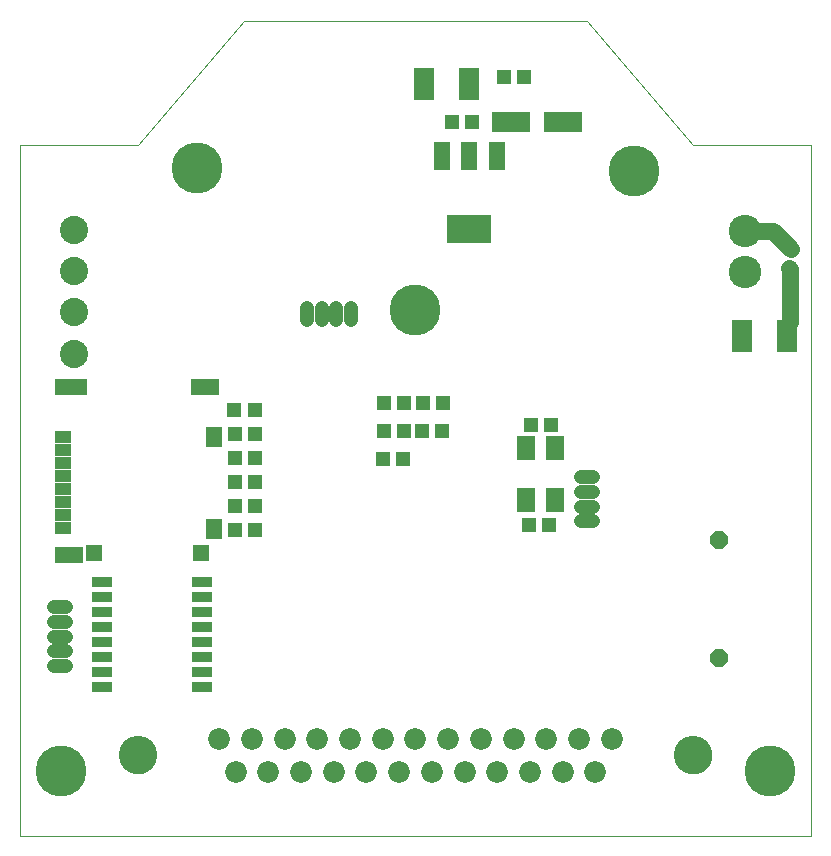
<source format=gbs>
G75*
%MOIN*%
%OFA0B0*%
%FSLAX25Y25*%
%IPPOS*%
%LPD*%
%AMOC8*
5,1,8,0,0,1.08239X$1,22.5*
%
%ADD10C,0.00000*%
%ADD11C,0.05500*%
%ADD12R,0.05131X0.04737*%
%ADD13R,0.12611X0.07099*%
%ADD14R,0.05600X0.09600*%
%ADD15R,0.14973X0.09461*%
%ADD16R,0.06312X0.08280*%
%ADD17C,0.10800*%
%ADD18C,0.04769*%
%ADD19R,0.06800X0.10800*%
%ADD20C,0.09400*%
%ADD21R,0.03950X0.03162*%
%ADD22R,0.05682X0.03950*%
%ADD23R,0.10643X0.05328*%
%ADD24R,0.09461X0.05328*%
%ADD25R,0.05328X0.06706*%
%ADD26R,0.05524X0.05367*%
%ADD27R,0.05721X0.05367*%
%ADD28R,0.09461X0.05209*%
%ADD29R,0.04737X0.05131*%
%ADD30R,0.04934X0.05052*%
%ADD31R,0.06800X0.03300*%
%ADD32OC8,0.05950*%
%ADD33C,0.07250*%
%ADD34C,0.12800*%
%ADD35C,0.17005*%
D10*
X0012400Y0035678D02*
X0012400Y0265993D01*
X0051770Y0265993D01*
X0087203Y0307332D01*
X0201376Y0307332D01*
X0236809Y0265993D01*
X0276180Y0265993D01*
X0276180Y0035678D01*
X0012400Y0035678D01*
X0045690Y0062450D02*
X0045692Y0062604D01*
X0045698Y0062759D01*
X0045708Y0062913D01*
X0045722Y0063067D01*
X0045740Y0063220D01*
X0045761Y0063373D01*
X0045787Y0063526D01*
X0045817Y0063677D01*
X0045850Y0063828D01*
X0045888Y0063978D01*
X0045929Y0064127D01*
X0045974Y0064275D01*
X0046023Y0064421D01*
X0046076Y0064567D01*
X0046132Y0064710D01*
X0046192Y0064853D01*
X0046256Y0064993D01*
X0046323Y0065133D01*
X0046394Y0065270D01*
X0046468Y0065405D01*
X0046546Y0065539D01*
X0046627Y0065670D01*
X0046712Y0065799D01*
X0046800Y0065927D01*
X0046891Y0066051D01*
X0046985Y0066174D01*
X0047083Y0066294D01*
X0047183Y0066411D01*
X0047287Y0066526D01*
X0047393Y0066638D01*
X0047502Y0066747D01*
X0047614Y0066853D01*
X0047729Y0066957D01*
X0047846Y0067057D01*
X0047966Y0067155D01*
X0048089Y0067249D01*
X0048213Y0067340D01*
X0048341Y0067428D01*
X0048470Y0067513D01*
X0048601Y0067594D01*
X0048735Y0067672D01*
X0048870Y0067746D01*
X0049007Y0067817D01*
X0049147Y0067884D01*
X0049287Y0067948D01*
X0049430Y0068008D01*
X0049573Y0068064D01*
X0049719Y0068117D01*
X0049865Y0068166D01*
X0050013Y0068211D01*
X0050162Y0068252D01*
X0050312Y0068290D01*
X0050463Y0068323D01*
X0050614Y0068353D01*
X0050767Y0068379D01*
X0050920Y0068400D01*
X0051073Y0068418D01*
X0051227Y0068432D01*
X0051381Y0068442D01*
X0051536Y0068448D01*
X0051690Y0068450D01*
X0051844Y0068448D01*
X0051999Y0068442D01*
X0052153Y0068432D01*
X0052307Y0068418D01*
X0052460Y0068400D01*
X0052613Y0068379D01*
X0052766Y0068353D01*
X0052917Y0068323D01*
X0053068Y0068290D01*
X0053218Y0068252D01*
X0053367Y0068211D01*
X0053515Y0068166D01*
X0053661Y0068117D01*
X0053807Y0068064D01*
X0053950Y0068008D01*
X0054093Y0067948D01*
X0054233Y0067884D01*
X0054373Y0067817D01*
X0054510Y0067746D01*
X0054645Y0067672D01*
X0054779Y0067594D01*
X0054910Y0067513D01*
X0055039Y0067428D01*
X0055167Y0067340D01*
X0055291Y0067249D01*
X0055414Y0067155D01*
X0055534Y0067057D01*
X0055651Y0066957D01*
X0055766Y0066853D01*
X0055878Y0066747D01*
X0055987Y0066638D01*
X0056093Y0066526D01*
X0056197Y0066411D01*
X0056297Y0066294D01*
X0056395Y0066174D01*
X0056489Y0066051D01*
X0056580Y0065927D01*
X0056668Y0065799D01*
X0056753Y0065670D01*
X0056834Y0065539D01*
X0056912Y0065405D01*
X0056986Y0065270D01*
X0057057Y0065133D01*
X0057124Y0064993D01*
X0057188Y0064853D01*
X0057248Y0064710D01*
X0057304Y0064567D01*
X0057357Y0064421D01*
X0057406Y0064275D01*
X0057451Y0064127D01*
X0057492Y0063978D01*
X0057530Y0063828D01*
X0057563Y0063677D01*
X0057593Y0063526D01*
X0057619Y0063373D01*
X0057640Y0063220D01*
X0057658Y0063067D01*
X0057672Y0062913D01*
X0057682Y0062759D01*
X0057688Y0062604D01*
X0057690Y0062450D01*
X0057688Y0062296D01*
X0057682Y0062141D01*
X0057672Y0061987D01*
X0057658Y0061833D01*
X0057640Y0061680D01*
X0057619Y0061527D01*
X0057593Y0061374D01*
X0057563Y0061223D01*
X0057530Y0061072D01*
X0057492Y0060922D01*
X0057451Y0060773D01*
X0057406Y0060625D01*
X0057357Y0060479D01*
X0057304Y0060333D01*
X0057248Y0060190D01*
X0057188Y0060047D01*
X0057124Y0059907D01*
X0057057Y0059767D01*
X0056986Y0059630D01*
X0056912Y0059495D01*
X0056834Y0059361D01*
X0056753Y0059230D01*
X0056668Y0059101D01*
X0056580Y0058973D01*
X0056489Y0058849D01*
X0056395Y0058726D01*
X0056297Y0058606D01*
X0056197Y0058489D01*
X0056093Y0058374D01*
X0055987Y0058262D01*
X0055878Y0058153D01*
X0055766Y0058047D01*
X0055651Y0057943D01*
X0055534Y0057843D01*
X0055414Y0057745D01*
X0055291Y0057651D01*
X0055167Y0057560D01*
X0055039Y0057472D01*
X0054910Y0057387D01*
X0054779Y0057306D01*
X0054645Y0057228D01*
X0054510Y0057154D01*
X0054373Y0057083D01*
X0054233Y0057016D01*
X0054093Y0056952D01*
X0053950Y0056892D01*
X0053807Y0056836D01*
X0053661Y0056783D01*
X0053515Y0056734D01*
X0053367Y0056689D01*
X0053218Y0056648D01*
X0053068Y0056610D01*
X0052917Y0056577D01*
X0052766Y0056547D01*
X0052613Y0056521D01*
X0052460Y0056500D01*
X0052307Y0056482D01*
X0052153Y0056468D01*
X0051999Y0056458D01*
X0051844Y0056452D01*
X0051690Y0056450D01*
X0051536Y0056452D01*
X0051381Y0056458D01*
X0051227Y0056468D01*
X0051073Y0056482D01*
X0050920Y0056500D01*
X0050767Y0056521D01*
X0050614Y0056547D01*
X0050463Y0056577D01*
X0050312Y0056610D01*
X0050162Y0056648D01*
X0050013Y0056689D01*
X0049865Y0056734D01*
X0049719Y0056783D01*
X0049573Y0056836D01*
X0049430Y0056892D01*
X0049287Y0056952D01*
X0049147Y0057016D01*
X0049007Y0057083D01*
X0048870Y0057154D01*
X0048735Y0057228D01*
X0048601Y0057306D01*
X0048470Y0057387D01*
X0048341Y0057472D01*
X0048213Y0057560D01*
X0048089Y0057651D01*
X0047966Y0057745D01*
X0047846Y0057843D01*
X0047729Y0057943D01*
X0047614Y0058047D01*
X0047502Y0058153D01*
X0047393Y0058262D01*
X0047287Y0058374D01*
X0047183Y0058489D01*
X0047083Y0058606D01*
X0046985Y0058726D01*
X0046891Y0058849D01*
X0046800Y0058973D01*
X0046712Y0059101D01*
X0046627Y0059230D01*
X0046546Y0059361D01*
X0046468Y0059495D01*
X0046394Y0059630D01*
X0046323Y0059767D01*
X0046256Y0059907D01*
X0046192Y0060047D01*
X0046132Y0060190D01*
X0046076Y0060333D01*
X0046023Y0060479D01*
X0045974Y0060625D01*
X0045929Y0060773D01*
X0045888Y0060922D01*
X0045850Y0061072D01*
X0045817Y0061223D01*
X0045787Y0061374D01*
X0045761Y0061527D01*
X0045740Y0061680D01*
X0045722Y0061833D01*
X0045708Y0061987D01*
X0045698Y0062141D01*
X0045692Y0062296D01*
X0045690Y0062450D01*
X0230890Y0062450D02*
X0230892Y0062604D01*
X0230898Y0062759D01*
X0230908Y0062913D01*
X0230922Y0063067D01*
X0230940Y0063220D01*
X0230961Y0063373D01*
X0230987Y0063526D01*
X0231017Y0063677D01*
X0231050Y0063828D01*
X0231088Y0063978D01*
X0231129Y0064127D01*
X0231174Y0064275D01*
X0231223Y0064421D01*
X0231276Y0064567D01*
X0231332Y0064710D01*
X0231392Y0064853D01*
X0231456Y0064993D01*
X0231523Y0065133D01*
X0231594Y0065270D01*
X0231668Y0065405D01*
X0231746Y0065539D01*
X0231827Y0065670D01*
X0231912Y0065799D01*
X0232000Y0065927D01*
X0232091Y0066051D01*
X0232185Y0066174D01*
X0232283Y0066294D01*
X0232383Y0066411D01*
X0232487Y0066526D01*
X0232593Y0066638D01*
X0232702Y0066747D01*
X0232814Y0066853D01*
X0232929Y0066957D01*
X0233046Y0067057D01*
X0233166Y0067155D01*
X0233289Y0067249D01*
X0233413Y0067340D01*
X0233541Y0067428D01*
X0233670Y0067513D01*
X0233801Y0067594D01*
X0233935Y0067672D01*
X0234070Y0067746D01*
X0234207Y0067817D01*
X0234347Y0067884D01*
X0234487Y0067948D01*
X0234630Y0068008D01*
X0234773Y0068064D01*
X0234919Y0068117D01*
X0235065Y0068166D01*
X0235213Y0068211D01*
X0235362Y0068252D01*
X0235512Y0068290D01*
X0235663Y0068323D01*
X0235814Y0068353D01*
X0235967Y0068379D01*
X0236120Y0068400D01*
X0236273Y0068418D01*
X0236427Y0068432D01*
X0236581Y0068442D01*
X0236736Y0068448D01*
X0236890Y0068450D01*
X0237044Y0068448D01*
X0237199Y0068442D01*
X0237353Y0068432D01*
X0237507Y0068418D01*
X0237660Y0068400D01*
X0237813Y0068379D01*
X0237966Y0068353D01*
X0238117Y0068323D01*
X0238268Y0068290D01*
X0238418Y0068252D01*
X0238567Y0068211D01*
X0238715Y0068166D01*
X0238861Y0068117D01*
X0239007Y0068064D01*
X0239150Y0068008D01*
X0239293Y0067948D01*
X0239433Y0067884D01*
X0239573Y0067817D01*
X0239710Y0067746D01*
X0239845Y0067672D01*
X0239979Y0067594D01*
X0240110Y0067513D01*
X0240239Y0067428D01*
X0240367Y0067340D01*
X0240491Y0067249D01*
X0240614Y0067155D01*
X0240734Y0067057D01*
X0240851Y0066957D01*
X0240966Y0066853D01*
X0241078Y0066747D01*
X0241187Y0066638D01*
X0241293Y0066526D01*
X0241397Y0066411D01*
X0241497Y0066294D01*
X0241595Y0066174D01*
X0241689Y0066051D01*
X0241780Y0065927D01*
X0241868Y0065799D01*
X0241953Y0065670D01*
X0242034Y0065539D01*
X0242112Y0065405D01*
X0242186Y0065270D01*
X0242257Y0065133D01*
X0242324Y0064993D01*
X0242388Y0064853D01*
X0242448Y0064710D01*
X0242504Y0064567D01*
X0242557Y0064421D01*
X0242606Y0064275D01*
X0242651Y0064127D01*
X0242692Y0063978D01*
X0242730Y0063828D01*
X0242763Y0063677D01*
X0242793Y0063526D01*
X0242819Y0063373D01*
X0242840Y0063220D01*
X0242858Y0063067D01*
X0242872Y0062913D01*
X0242882Y0062759D01*
X0242888Y0062604D01*
X0242890Y0062450D01*
X0242888Y0062296D01*
X0242882Y0062141D01*
X0242872Y0061987D01*
X0242858Y0061833D01*
X0242840Y0061680D01*
X0242819Y0061527D01*
X0242793Y0061374D01*
X0242763Y0061223D01*
X0242730Y0061072D01*
X0242692Y0060922D01*
X0242651Y0060773D01*
X0242606Y0060625D01*
X0242557Y0060479D01*
X0242504Y0060333D01*
X0242448Y0060190D01*
X0242388Y0060047D01*
X0242324Y0059907D01*
X0242257Y0059767D01*
X0242186Y0059630D01*
X0242112Y0059495D01*
X0242034Y0059361D01*
X0241953Y0059230D01*
X0241868Y0059101D01*
X0241780Y0058973D01*
X0241689Y0058849D01*
X0241595Y0058726D01*
X0241497Y0058606D01*
X0241397Y0058489D01*
X0241293Y0058374D01*
X0241187Y0058262D01*
X0241078Y0058153D01*
X0240966Y0058047D01*
X0240851Y0057943D01*
X0240734Y0057843D01*
X0240614Y0057745D01*
X0240491Y0057651D01*
X0240367Y0057560D01*
X0240239Y0057472D01*
X0240110Y0057387D01*
X0239979Y0057306D01*
X0239845Y0057228D01*
X0239710Y0057154D01*
X0239573Y0057083D01*
X0239433Y0057016D01*
X0239293Y0056952D01*
X0239150Y0056892D01*
X0239007Y0056836D01*
X0238861Y0056783D01*
X0238715Y0056734D01*
X0238567Y0056689D01*
X0238418Y0056648D01*
X0238268Y0056610D01*
X0238117Y0056577D01*
X0237966Y0056547D01*
X0237813Y0056521D01*
X0237660Y0056500D01*
X0237507Y0056482D01*
X0237353Y0056468D01*
X0237199Y0056458D01*
X0237044Y0056452D01*
X0236890Y0056450D01*
X0236736Y0056452D01*
X0236581Y0056458D01*
X0236427Y0056468D01*
X0236273Y0056482D01*
X0236120Y0056500D01*
X0235967Y0056521D01*
X0235814Y0056547D01*
X0235663Y0056577D01*
X0235512Y0056610D01*
X0235362Y0056648D01*
X0235213Y0056689D01*
X0235065Y0056734D01*
X0234919Y0056783D01*
X0234773Y0056836D01*
X0234630Y0056892D01*
X0234487Y0056952D01*
X0234347Y0057016D01*
X0234207Y0057083D01*
X0234070Y0057154D01*
X0233935Y0057228D01*
X0233801Y0057306D01*
X0233670Y0057387D01*
X0233541Y0057472D01*
X0233413Y0057560D01*
X0233289Y0057651D01*
X0233166Y0057745D01*
X0233046Y0057843D01*
X0232929Y0057943D01*
X0232814Y0058047D01*
X0232702Y0058153D01*
X0232593Y0058262D01*
X0232487Y0058374D01*
X0232383Y0058489D01*
X0232283Y0058606D01*
X0232185Y0058726D01*
X0232091Y0058849D01*
X0232000Y0058973D01*
X0231912Y0059101D01*
X0231827Y0059230D01*
X0231746Y0059361D01*
X0231668Y0059495D01*
X0231594Y0059630D01*
X0231523Y0059767D01*
X0231456Y0059907D01*
X0231392Y0060047D01*
X0231332Y0060190D01*
X0231276Y0060333D01*
X0231223Y0060479D01*
X0231174Y0060625D01*
X0231129Y0060773D01*
X0231088Y0060922D01*
X0231050Y0061072D01*
X0231017Y0061223D01*
X0230987Y0061374D01*
X0230961Y0061527D01*
X0230940Y0061680D01*
X0230922Y0061833D01*
X0230908Y0061987D01*
X0230898Y0062141D01*
X0230892Y0062296D01*
X0230890Y0062450D01*
D11*
X0268150Y0205897D02*
X0269150Y0206897D01*
X0269150Y0224647D01*
X0268900Y0224897D01*
X0269400Y0231147D02*
X0263400Y0237147D01*
X0253400Y0237147D01*
X0253900Y0223647D02*
X0254400Y0223647D01*
D12*
X0189467Y0172544D03*
X0182774Y0172544D03*
X0153250Y0170426D03*
X0146557Y0170426D03*
X0140369Y0170682D03*
X0133676Y0170682D03*
X0133676Y0179745D03*
X0140369Y0179745D03*
X0146680Y0179895D03*
X0153372Y0179895D03*
X0140274Y0161304D03*
X0133581Y0161304D03*
X0182274Y0139170D03*
X0188967Y0139170D03*
X0163085Y0273584D03*
X0156392Y0273584D03*
X0173892Y0288584D03*
X0180585Y0288584D03*
D13*
X0176077Y0273584D03*
X0193400Y0273584D03*
D14*
X0171339Y0262284D03*
X0162239Y0262284D03*
X0153139Y0262284D03*
D15*
X0162239Y0237883D03*
D16*
X0181266Y0165025D03*
X0190715Y0165025D03*
X0190715Y0147702D03*
X0181266Y0147702D03*
D17*
X0254026Y0223509D03*
X0254026Y0237289D03*
D18*
X0203333Y0155159D02*
X0199365Y0155159D01*
X0199365Y0150237D02*
X0203333Y0150237D01*
X0203333Y0145316D02*
X0199365Y0145316D01*
X0199365Y0140395D02*
X0203333Y0140395D01*
X0122853Y0207478D02*
X0122853Y0211446D01*
X0117931Y0211446D02*
X0117931Y0207478D01*
X0113010Y0207478D02*
X0113010Y0211446D01*
X0108089Y0211446D02*
X0108089Y0207478D01*
X0027900Y0111859D02*
X0023931Y0111859D01*
X0023931Y0106938D02*
X0027900Y0106938D01*
X0027900Y0102017D02*
X0023931Y0102017D01*
X0023931Y0097096D02*
X0027900Y0097096D01*
X0027900Y0092174D02*
X0023931Y0092174D01*
D19*
X0147239Y0286084D03*
X0162239Y0286084D03*
X0253223Y0202194D03*
X0268223Y0202194D03*
D20*
X0030337Y0196348D03*
X0030337Y0210127D03*
X0030337Y0223907D03*
X0030337Y0237686D03*
D21*
X0269124Y0231143D03*
X0269124Y0224844D03*
D22*
X0026920Y0168670D03*
X0026920Y0164340D03*
X0026920Y0160009D03*
X0026920Y0155678D03*
X0026920Y0151348D03*
X0026920Y0147017D03*
X0026920Y0142686D03*
X0026920Y0138356D03*
D23*
X0029400Y0185147D03*
D24*
X0074006Y0185186D03*
D25*
X0077136Y0168434D03*
X0077136Y0137804D03*
D26*
X0072707Y0129930D03*
D27*
X0037274Y0129930D03*
D28*
X0028809Y0129123D03*
D29*
X0084054Y0137647D03*
X0090746Y0137647D03*
X0090746Y0145647D03*
X0084054Y0145647D03*
X0084054Y0153647D03*
X0090746Y0153647D03*
X0090746Y0161647D03*
X0084054Y0161647D03*
X0084054Y0169647D03*
X0090746Y0169647D03*
D30*
X0090845Y0177647D03*
X0083955Y0177647D03*
D31*
X0072994Y0120147D03*
X0072994Y0115147D03*
X0072994Y0110147D03*
X0072994Y0105147D03*
X0072994Y0100147D03*
X0072994Y0095147D03*
X0072994Y0090147D03*
X0072994Y0085147D03*
X0039806Y0085147D03*
X0039806Y0090147D03*
X0039806Y0095147D03*
X0039806Y0100147D03*
X0039806Y0105147D03*
X0039806Y0110147D03*
X0039806Y0115147D03*
X0039806Y0120147D03*
D32*
X0245400Y0134269D03*
X0245400Y0094899D03*
D33*
X0209690Y0068050D03*
X0204240Y0056850D03*
X0198790Y0068050D03*
X0193340Y0056850D03*
X0182440Y0056850D03*
X0187890Y0068050D03*
X0176990Y0068050D03*
X0171540Y0056850D03*
X0166090Y0068050D03*
X0160640Y0056850D03*
X0149740Y0056850D03*
X0155190Y0068050D03*
X0144290Y0068050D03*
X0138840Y0056850D03*
X0133390Y0068050D03*
X0127940Y0056850D03*
X0117040Y0056850D03*
X0122490Y0068050D03*
X0111590Y0068050D03*
X0106140Y0056850D03*
X0100690Y0068050D03*
X0089790Y0068050D03*
X0095240Y0056850D03*
X0084340Y0056850D03*
X0078890Y0068050D03*
D34*
X0051690Y0062450D03*
X0236890Y0062450D03*
D35*
X0262400Y0057332D03*
X0144290Y0210875D03*
X0217124Y0257111D03*
X0071455Y0258111D03*
X0026180Y0057332D03*
M02*

</source>
